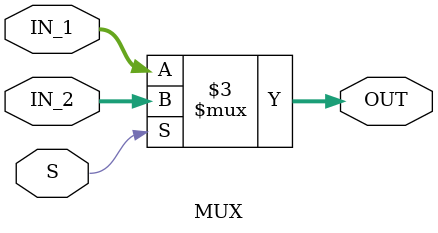
<source format=v>
module MUX(
	 input [31:0] IN_1,
	 input [31:0] IN_2,
	 input S,
	 output reg [31:0] OUT
 );

always @(*)begin
	if(S)begin
		OUT<=IN_2;
	end else begin
		OUT<=IN_1;
	end
end 
endmodule
</source>
